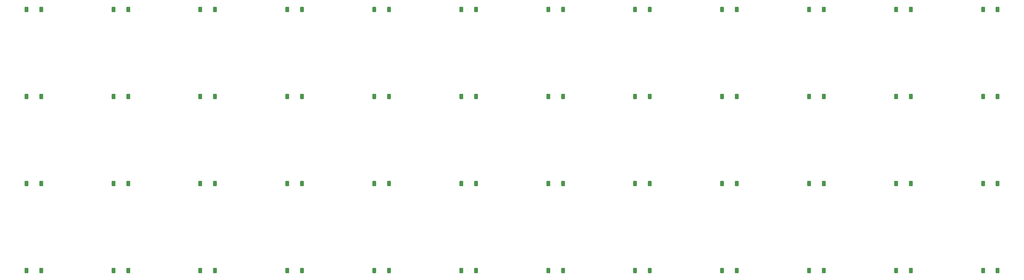
<source format=gbr>
%TF.GenerationSoftware,KiCad,Pcbnew,9.0.2+dfsg-1*%
%TF.CreationDate,2025-11-03T11:46:04-05:00*%
%TF.ProjectId,4x12,34783132-2e6b-4696-9361-645f70636258,rev?*%
%TF.SameCoordinates,Original*%
%TF.FileFunction,Paste,Top*%
%TF.FilePolarity,Positive*%
%FSLAX46Y46*%
G04 Gerber Fmt 4.6, Leading zero omitted, Abs format (unit mm)*
G04 Created by KiCad (PCBNEW 9.0.2+dfsg-1) date 2025-11-03 11:46:04*
%MOMM*%
%LPD*%
G01*
G04 APERTURE LIST*
G04 Aperture macros list*
%AMRoundRect*
0 Rectangle with rounded corners*
0 $1 Rounding radius*
0 $2 $3 $4 $5 $6 $7 $8 $9 X,Y pos of 4 corners*
0 Add a 4 corners polygon primitive as box body*
4,1,4,$2,$3,$4,$5,$6,$7,$8,$9,$2,$3,0*
0 Add four circle primitives for the rounded corners*
1,1,$1+$1,$2,$3*
1,1,$1+$1,$4,$5*
1,1,$1+$1,$6,$7*
1,1,$1+$1,$8,$9*
0 Add four rect primitives between the rounded corners*
20,1,$1+$1,$2,$3,$4,$5,0*
20,1,$1+$1,$4,$5,$6,$7,0*
20,1,$1+$1,$6,$7,$8,$9,0*
20,1,$1+$1,$8,$9,$2,$3,0*%
G04 Aperture macros list end*
%ADD10RoundRect,0.225000X-0.225002X-0.374999X0.224998X-0.375001X0.225002X0.374999X-0.224998X0.375001X0*%
G04 APERTURE END LIST*
D10*
%TO.C,D14*%
X169276433Y-80381490D03*
X172576441Y-80381460D03*
%TD*%
%TO.C,D14*%
X71996194Y-60881489D03*
X75296202Y-60881459D03*
%TD*%
%TO.C,D14*%
X149820194Y-60881489D03*
X153120202Y-60881459D03*
%TD*%
%TO.C,D14*%
X130364194Y-60881489D03*
X133664202Y-60881459D03*
%TD*%
%TO.C,D14*%
X188732433Y-80381488D03*
X192032441Y-80381458D03*
%TD*%
%TO.C,D14*%
X52540433Y-80381489D03*
X55840441Y-80381459D03*
%TD*%
%TO.C,D14*%
X169276647Y-119337495D03*
X172576655Y-119337465D03*
%TD*%
%TO.C,D14*%
X227644194Y-60881489D03*
X230944202Y-60881459D03*
%TD*%
%TO.C,D14*%
X110908646Y-119337495D03*
X114208654Y-119337465D03*
%TD*%
%TO.C,D14*%
X149820434Y-80381489D03*
X153120442Y-80381459D03*
%TD*%
%TO.C,D14*%
X71996647Y-119337496D03*
X75296655Y-119337466D03*
%TD*%
%TO.C,D14*%
X110908195Y-60881489D03*
X114208203Y-60881459D03*
%TD*%
%TO.C,D14*%
X266556433Y-80381489D03*
X269856441Y-80381459D03*
%TD*%
%TO.C,D14*%
X110908646Y-99881494D03*
X114208654Y-99881464D03*
%TD*%
%TO.C,D14*%
X247100433Y-80381489D03*
X250400441Y-80381459D03*
%TD*%
%TO.C,D14*%
X149820646Y-119337495D03*
X153120654Y-119337465D03*
%TD*%
%TO.C,D14*%
X169276194Y-60881490D03*
X172576202Y-60881460D03*
%TD*%
%TO.C,D14*%
X52540647Y-99881495D03*
X55840655Y-99881465D03*
%TD*%
%TO.C,D14*%
X227644433Y-80381489D03*
X230944441Y-80381459D03*
%TD*%
%TO.C,D14*%
X91452194Y-60881489D03*
X94752202Y-60881459D03*
%TD*%
%TO.C,D14*%
X130364646Y-119337495D03*
X133664654Y-119337465D03*
%TD*%
%TO.C,D14*%
X208188646Y-99881495D03*
X211488654Y-99881465D03*
%TD*%
%TO.C,D14*%
X169276647Y-99881495D03*
X172576655Y-99881465D03*
%TD*%
%TO.C,D14*%
X91452646Y-119337495D03*
X94752654Y-119337465D03*
%TD*%
%TO.C,D14*%
X130364646Y-99881495D03*
X133664654Y-99881465D03*
%TD*%
%TO.C,D14*%
X52540646Y-119337495D03*
X55840654Y-119337465D03*
%TD*%
%TO.C,D14*%
X91452646Y-99881495D03*
X94752654Y-99881465D03*
%TD*%
%TO.C,D14*%
X247100646Y-119337495D03*
X250400654Y-119337465D03*
%TD*%
%TO.C,D14*%
X227644646Y-119337495D03*
X230944654Y-119337465D03*
%TD*%
%TO.C,D14*%
X208188646Y-119337495D03*
X211488654Y-119337465D03*
%TD*%
%TO.C,D14*%
X188732646Y-119337496D03*
X192032654Y-119337466D03*
%TD*%
%TO.C,D14*%
X266556194Y-60881489D03*
X269856202Y-60881459D03*
%TD*%
%TO.C,D14*%
X130364433Y-80381489D03*
X133664441Y-80381459D03*
%TD*%
%TO.C,D14*%
X110908433Y-80381489D03*
X114208441Y-80381459D03*
%TD*%
%TO.C,D14*%
X208188194Y-60881489D03*
X211488202Y-60881459D03*
%TD*%
%TO.C,D14*%
X266556646Y-119337495D03*
X269856654Y-119337465D03*
%TD*%
%TO.C,D14*%
X266556647Y-99881495D03*
X269856655Y-99881465D03*
%TD*%
%TO.C,D14*%
X188732646Y-99881495D03*
X192032654Y-99881465D03*
%TD*%
%TO.C,D14*%
X71996433Y-80381489D03*
X75296441Y-80381459D03*
%TD*%
%TO.C,D14*%
X227644646Y-99881495D03*
X230944654Y-99881465D03*
%TD*%
%TO.C,D14*%
X188732194Y-60881490D03*
X192032202Y-60881460D03*
%TD*%
%TO.C,D14*%
X149820646Y-99881495D03*
X153120654Y-99881465D03*
%TD*%
%TO.C,D14*%
X208188434Y-80381488D03*
X211488442Y-80381458D03*
%TD*%
%TO.C,D14*%
X247100646Y-99881495D03*
X250400654Y-99881465D03*
%TD*%
%TO.C,D14*%
X71996646Y-99881496D03*
X75296654Y-99881466D03*
%TD*%
%TO.C,D14*%
X91452433Y-80381489D03*
X94752441Y-80381459D03*
%TD*%
%TO.C,D14*%
X247100194Y-60881489D03*
X250400202Y-60881459D03*
%TD*%
%TO.C,D14*%
X52540194Y-60881489D03*
X55840202Y-60881459D03*
%TD*%
M02*

</source>
